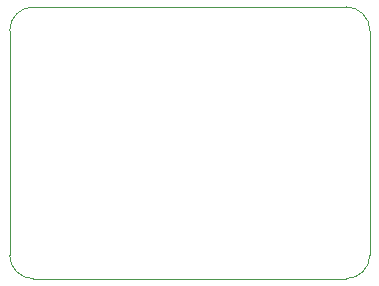
<source format=gbr>
%TF.GenerationSoftware,KiCad,Pcbnew,7.0.2*%
%TF.CreationDate,2023-08-30T08:46:49+02:00*%
%TF.ProjectId,LightSensor,4c696768-7453-4656-9e73-6f722e6b6963,rev?*%
%TF.SameCoordinates,Original*%
%TF.FileFunction,Profile,NP*%
%FSLAX46Y46*%
G04 Gerber Fmt 4.6, Leading zero omitted, Abs format (unit mm)*
G04 Created by KiCad (PCBNEW 7.0.2) date 2023-08-30 08:46:49*
%MOMM*%
%LPD*%
G01*
G04 APERTURE LIST*
%TA.AperFunction,Profile*%
%ADD10C,0.100000*%
%TD*%
G04 APERTURE END LIST*
D10*
X237250000Y-103700000D02*
G75*
G03*
X235250000Y-101700000I-2000000J0D01*
G01*
X208750000Y-101700000D02*
G75*
G03*
X206750000Y-103700000I0J-2000000D01*
G01*
X235250000Y-124700000D02*
G75*
G03*
X237250000Y-122700000I0J2000000D01*
G01*
X235250000Y-124700000D02*
X208750000Y-124700000D01*
X206750000Y-122700000D02*
G75*
G03*
X208750000Y-124700000I2000000J0D01*
G01*
X208750000Y-101700000D02*
X235250000Y-101700000D01*
X206750000Y-122700000D02*
X206750000Y-103700000D01*
X237250000Y-103700000D02*
X237250000Y-122700000D01*
M02*

</source>
